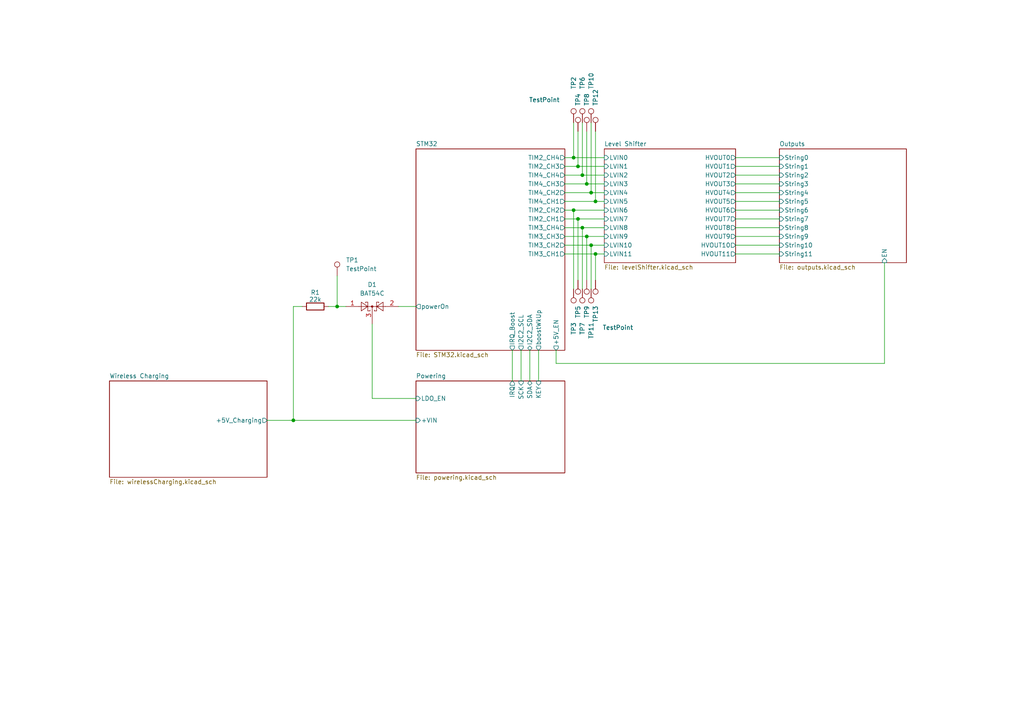
<source format=kicad_sch>
(kicad_sch (version 20231120) (generator "eeschema") (generator_version "8.0")
  (paper "A4")
  (lib_symbols
    (symbol "Connector:TestPoint" (pin_numbers hide) (pin_names (offset 0.762) hide)
      (property "Reference" "TP" (at 0 6.858 0))
      (property "Value" "TestPoint" (at 0 5.08 0))
      (symbol "TestPoint_0_1"
        (circle (center 0 3.302) (radius 0.762))
      )
      (symbol "TestPoint_1_1"
        (pin passive line (at 0 0 90) (length 2.54) (name "1") (number "1"))
      )
    )
    (symbol "Device:R" (pin_numbers hide) (pin_names (offset 0))
      (property "Reference" "R" (at 2.032 0 90))
      (property "Value" "R" (at 0 0 90))
      (symbol "R_0_1"
        (rectangle (start -1.016 -2.54) (end 1.016 2.54) (stroke (width 0.254)))
      )
      (symbol "R_1_1"
        (pin passive line (at 0 3.81 270) (length 1.27) (name "~") (number "1"))
        (pin passive line (at 0 -3.81 90) (length 1.27) (name "~") (number "2"))
      )
    )
    (symbol "Diode:BAT54C" (pin_names (offset 1.016))
      (property "Reference" "D" (at 0.635 -3.81 0))
      (property "Value" "BAT54C" (at -6.35 3.175 0))
      (symbol "BAT54C_0_1"
        (polyline (pts (xy -1.905 0) (xy 1.905 0)))
        (polyline (pts (xy -1.905 1.27) (xy -1.905 1.016)))
        (polyline (pts (xy -1.27 -1.27) (xy -0.635 -1.27)))
        (polyline (pts (xy -1.27 0) (xy -3.81 0)))
        (polyline (pts (xy -1.27 1.27) (xy -1.905 1.27)))
        (polyline (pts (xy -1.27 1.27) (xy -1.27 -1.27)))
        (polyline (pts (xy -0.635 -1.27) (xy -0.635 -1.016)))
        (polyline (pts (xy 0.635 -1.27) (xy 0.635 -1.016)))
        (polyline (pts (xy 1.27 -1.27) (xy 0.635 -1.27)))
        (polyline (pts (xy 1.27 1.27) (xy 1.27 -1.27)))
        (polyline (pts (xy 1.27 1.27) (xy 1.905 1.27)))
        (polyline (pts (xy 1.905 1.27) (xy 1.905 1.016)))
        (polyline (pts (xy 3.81 0) (xy 1.27 0)))
        (polyline (pts (xy -3.175 -1.27) (xy -3.175 1.27) (xy -1.27 0) (xy -3.175 -1.27)))
        (polyline (pts (xy 3.175 -1.27) (xy 3.175 1.27) (xy 1.27 0) (xy 3.175 -1.27)))
        (circle (center 0 0) (radius 0.254) (fill (type outline)))
      )
      (symbol "BAT54C_1_1"
        (pin passive line (at -7.62 0 0) (length 3.81) (name "~") (number "1"))
        (pin passive line (at 7.62 0 180) (length 3.81) (name "~") (number "2"))
        (pin passive line (at 0 -5.08 90) (length 5.08) (name "~") (number "3"))
      )
    )
  )
  (junction (at 167.64 63.5))
  (junction (at 171.45 55.88))
  (junction (at 166.37 60.96))
  (junction (at 170.18 53.34))
  (junction (at 85.09 121.92))
  (junction (at 166.37 45.72))
  (junction (at 172.72 58.42))
  (junction (at 168.91 66.04))
  (junction (at 168.91 50.8))
  (junction (at 97.79 88.9))
  (junction (at 167.64 48.26))
  (junction (at 170.18 68.58))
  (junction (at 171.45 71.12))
  (junction (at 172.72 73.66))
  (wire (pts (xy 167.64 48.26) (xy 175.26 48.26)))
  (wire (pts (xy 172.72 58.42) (xy 175.26 58.42)))
  (wire (pts (xy 163.83 50.8) (xy 168.91 50.8)))
  (wire (pts (xy 213.36 50.8) (xy 226.06 50.8)))
  (wire (pts (xy 163.83 66.04) (xy 168.91 66.04)))
  (wire (pts (xy 213.36 73.66) (xy 226.06 73.66)))
  (wire (pts (xy 171.45 55.88) (xy 175.26 55.88)))
  (wire (pts (xy 161.29 105.41) (xy 256.54 105.41)))
  (wire (pts (xy 77.47 121.92) (xy 85.09 121.92)))
  (wire (pts (xy 171.45 35.56) (xy 171.45 55.88)))
  (wire (pts (xy 107.95 93.98) (xy 107.95 115.57)))
  (wire (pts (xy 213.36 60.96) (xy 226.06 60.96)))
  (wire (pts (xy 213.36 66.04) (xy 226.06 66.04)))
  (wire (pts (xy 168.91 66.04) (xy 175.26 66.04)))
  (wire (pts (xy 163.83 73.66) (xy 172.72 73.66)))
  (wire (pts (xy 172.72 73.66) (xy 172.72 81.28)))
  (wire (pts (xy 163.83 68.58) (xy 170.18 68.58)))
  (wire (pts (xy 170.18 53.34) (xy 175.26 53.34)))
  (wire (pts (xy 163.83 60.96) (xy 166.37 60.96)))
  (wire (pts (xy 153.67 101.6) (xy 153.67 110.49)))
  (wire (pts (xy 172.72 73.66) (xy 175.26 73.66)))
  (wire (pts (xy 166.37 45.72) (xy 175.26 45.72)))
  (wire (pts (xy 171.45 71.12) (xy 171.45 83.82)))
  (wire (pts (xy 97.79 80.01) (xy 97.79 88.9)))
  (wire (pts (xy 168.91 50.8) (xy 175.26 50.8)))
  (wire (pts (xy 97.79 88.9) (xy 100.33 88.9)))
  (wire (pts (xy 163.83 55.88) (xy 171.45 55.88)))
  (wire (pts (xy 213.36 68.58) (xy 226.06 68.58)))
  (wire (pts (xy 115.57 88.9) (xy 120.65 88.9)))
  (wire (pts (xy 166.37 60.96) (xy 175.26 60.96)))
  (wire (pts (xy 163.83 45.72) (xy 166.37 45.72)))
  (wire (pts (xy 161.29 101.6) (xy 161.29 105.41)))
  (wire (pts (xy 166.37 60.96) (xy 166.37 83.82)))
  (wire (pts (xy 148.59 101.6) (xy 148.59 110.49)))
  (wire (pts (xy 163.83 53.34) (xy 170.18 53.34)))
  (wire (pts (xy 172.72 38.1) (xy 172.72 58.42)))
  (wire (pts (xy 171.45 71.12) (xy 175.26 71.12)))
  (wire (pts (xy 163.83 63.5) (xy 167.64 63.5)))
  (wire (pts (xy 213.36 45.72) (xy 226.06 45.72)))
  (wire (pts (xy 163.83 58.42) (xy 172.72 58.42)))
  (wire (pts (xy 167.64 63.5) (xy 167.64 81.28)))
  (wire (pts (xy 213.36 48.26) (xy 226.06 48.26)))
  (wire (pts (xy 213.36 63.5) (xy 226.06 63.5)))
  (wire (pts (xy 168.91 66.04) (xy 168.91 83.82)))
  (wire (pts (xy 95.25 88.9) (xy 97.79 88.9)))
  (wire (pts (xy 156.21 101.6) (xy 156.21 110.49)))
  (wire (pts (xy 85.09 121.92) (xy 120.65 121.92)))
  (wire (pts (xy 213.36 55.88) (xy 226.06 55.88)))
  (wire (pts (xy 213.36 53.34) (xy 226.06 53.34)))
  (wire (pts (xy 170.18 38.1) (xy 170.18 53.34)))
  (wire (pts (xy 170.18 68.58) (xy 175.26 68.58)))
  (wire (pts (xy 167.64 63.5) (xy 175.26 63.5)))
  (wire (pts (xy 166.37 35.56) (xy 166.37 45.72)))
  (wire (pts (xy 213.36 71.12) (xy 226.06 71.12)))
  (wire (pts (xy 256.54 105.41) (xy 256.54 76.2)))
  (wire (pts (xy 168.91 35.56) (xy 168.91 50.8)))
  (wire (pts (xy 167.64 38.1) (xy 167.64 48.26)))
  (wire (pts (xy 85.09 88.9) (xy 85.09 121.92)))
  (wire (pts (xy 213.36 58.42) (xy 226.06 58.42)))
  (wire (pts (xy 163.83 71.12) (xy 171.45 71.12)))
  (wire (pts (xy 170.18 68.58) (xy 170.18 81.28)))
  (wire (pts (xy 107.95 115.57) (xy 120.65 115.57)))
  (wire (pts (xy 151.13 101.6) (xy 151.13 110.49)))
  (wire (pts (xy 163.83 48.26) (xy 167.64 48.26)))
  (wire (pts (xy 87.63 88.9) (xy 85.09 88.9)))
  (symbol (lib_id "Connector:TestPoint") (at 166.37 35.56 0) (unit 1)
    (property "Reference" "TP2" (at 166.37 25.908 90) (effects (justify left)))
    (property "Value" "TestPoint" (at 153.416 28.956 0) (effects (justify left)))
    (property "Footprint" "TestPoint:TestPoint_Pad_D1.5mm" (effects (hide yes)))
    (property "Description" "test point" (effects (hide yes)))
  )
  (symbol (lib_id "Connector:TestPoint") (at 172.72 81.28 0) (mirror x) (unit 1)
    (property "Reference" "TP13" (at 172.72 88.646 90) (effects (justify left)))
    (property "Value" "TestPoint" (effects (hide yes)))
    (property "Footprint" "TestPoint:TestPoint_Pad_D1.5mm" (effects (hide yes)))
    (property "Description" "test point" (effects (hide yes)))
  )
  (symbol (lib_id "Connector:TestPoint") (at 167.64 81.28 0) (mirror x) (unit 1)
    (property "Reference" "TP5" (at 167.64 88.646 90) (effects (justify left)))
    (property "Value" "TestPoint" (effects (hide yes)))
    (property "Footprint" "TestPoint:TestPoint_Pad_D1.5mm" (effects (hide yes)))
    (property "Description" "test point" (effects (hide yes)))
  )
  (symbol (lib_id "Device:R") (at 91.44 88.9 90) (unit 1)
    (property "Reference" "R1" (at 91.44 84.836 90))
    (property "Value" "22k" (at 91.44 86.868 90))
    (property "Footprint" "Resistor_SMD:R_0603_1608Metric" (effects (hide yes)))
    (property "Description" "Resistor" (effects (hide yes)))
    (property "Part Number" "RC0603FR-0722KL" (effects (hide yes)))
  )
  (symbol (lib_id "Connector:TestPoint") (at 167.64 38.1 0) (unit 1)
    (property "Reference" "TP4" (at 167.64 30.734 90) (effects (justify left)))
    (property "Value" "TestPoint" (effects (hide yes)))
    (property "Footprint" "TestPoint:TestPoint_Pad_D1.5mm" (effects (hide yes)))
    (property "Description" "test point" (effects (hide yes)))
  )
  (symbol (lib_id "Connector:TestPoint") (at 168.91 35.56 0) (unit 1)
    (property "Reference" "TP6" (at 168.91 25.908 90) (effects (justify left)))
    (property "Value" "TestPoint" (effects (hide yes)))
    (property "Footprint" "TestPoint:TestPoint_Pad_D1.5mm" (effects (hide yes)))
    (property "Description" "test point" (effects (hide yes)))
  )
  (symbol (lib_id "Connector:TestPoint") (at 170.18 81.28 0) (mirror x) (unit 1)
    (property "Reference" "TP9" (at 170.18 88.646 90) (effects (justify left)))
    (property "Value" "TestPoint" (effects (hide yes)))
    (property "Footprint" "TestPoint:TestPoint_Pad_D1.5mm" (effects (hide yes)))
    (property "Description" "test point" (effects (hide yes)))
  )
  (symbol (lib_id "Connector:TestPoint") (at 172.72 38.1 0) (unit 1)
    (property "Reference" "TP12" (at 172.72 30.734 90) (effects (justify left)))
    (property "Value" "TestPoint" (effects (hide yes)))
    (property "Footprint" "TestPoint:TestPoint_Pad_D1.5mm" (effects (hide yes)))
    (property "Description" "test point" (effects (hide yes)))
  )
  (symbol (lib_id "Connector:TestPoint") (at 166.37 83.82 0) (mirror x) (unit 1)
    (property "Reference" "TP3" (at 166.37 93.472 90) (effects (justify left)))
    (property "Value" "TestPoint" (at 174.752 94.996 0) (effects (justify left)))
    (property "Footprint" "TestPoint:TestPoint_Pad_D1.5mm" (effects (hide yes)))
    (property "Description" "test point" (effects (hide yes)))
  )
  (symbol (lib_id "Connector:TestPoint") (at 170.18 38.1 0) (unit 1)
    (property "Reference" "TP8" (at 170.18 30.734 90) (effects (justify left)))
    (property "Value" "TestPoint" (effects (hide yes)))
    (property "Footprint" "TestPoint:TestPoint_Pad_D1.5mm" (effects (hide yes)))
    (property "Description" "test point" (effects (hide yes)))
  )
  (symbol (lib_id "Connector:TestPoint") (at 171.45 83.82 0) (mirror x) (unit 1)
    (property "Reference" "TP11" (at 171.45 93.472 90) (effects (justify left)))
    (property "Value" "TestPoint" (effects (hide yes)))
    (property "Footprint" "TestPoint:TestPoint_Pad_D1.5mm" (effects (hide yes)))
    (property "Description" "test point" (effects (hide yes)))
  )
  (symbol (lib_id "Diode:BAT54C") (at 107.95 88.9 0) (unit 1)
    (property "Reference" "D1" (at 107.95 82.55 0))
    (property "Value" "BAT54C" (at 107.95 85.09 0))
    (property "Footprint" "Package_TO_SOT_SMD:SOT-23" (effects (hide yes)))
    (property "Datasheet" "http://www.diodes.com/_files/datasheets/ds11005.pdf" (effects (hide yes)))
    (property "Description" "dual schottky barrier diode, common cathode" (effects (hide yes)))
    (property "Part Number" "BAT54CLT1G" (effects (hide yes)))
  )
  (symbol (lib_id "Connector:TestPoint") (at 171.45 35.56 0) (unit 1)
    (property "Reference" "TP10" (at 171.45 25.908 90) (effects (justify left)))
    (property "Value" "TestPoint" (effects (hide yes)))
    (property "Footprint" "TestPoint:TestPoint_Pad_D1.5mm" (effects (hide yes)))
    (property "Description" "test point" (effects (hide yes)))
  )
  (symbol (lib_id "Connector:TestPoint") (at 97.79 80.01 0) (unit 1)
    (property "Reference" "TP1" (at 100.33 75.4379 0) (effects (justify left)))
    (property "Value" "TestPoint" (at 100.33 77.9779 0) (effects (justify left)))
    (property "Footprint" "TestPoint:TestPoint_Pad_D1.5mm" (effects (hide yes)))
    (property "Description" "test point" (effects (hide yes)))
  )
  (symbol (lib_id "Connector:TestPoint") (at 168.91 83.82 0) (mirror x) (unit 1)
    (property "Reference" "TP7" (at 168.91 93.472 90) (effects (justify left)))
    (property "Value" "TestPoint" (effects (hide yes)))
    (property "Footprint" "TestPoint:TestPoint_Pad_D1.5mm" (effects (hide yes)))
    (property "Description" "test point" (effects (hide yes)))
  )
  (sheet (at 120.65 110.49) (size 43.18 26.67) (stroke (width 0.1524))
    (property "Sheetname" "Powering" (at 120.65 109.7784 0) (effects (justify left bottom)))
    (property "Sheetfile" "powering.kicad_sch" (at 120.65 137.7446 0) (effects (justify left top)))
    (pin "IRQ" output (at 148.59 110.49 90))
    (pin "SDA" bidirectional (at 153.67 110.49 90))
    (pin "SCK" input (at 151.13 110.49 90))
    (pin "KEY" input (at 156.21 110.49 90))
    (pin "LDO_EN" input (at 120.65 115.57 180))
    (pin "+VIN" input (at 120.65 121.92 180))
  )
  (sheet (at 120.65 43.18) (size 43.18 58.42) (stroke (width 0.1524))
    (property "Sheetname" "STM32" (at 120.65 42.4684 0) (effects (justify left bottom)))
    (property "Sheetfile" "STM32.kicad_sch" (at 120.65 102.1846 0) (effects (justify left top)))
    (pin "TIM4_CH3" output (at 163.83 53.34 0))
    (pin "TIM4_CH4" output (at 163.83 50.8 0))
    (pin "I2C2_SCL" output (at 151.13 101.6 270))
    (pin "I2C2_SDA" bidirectional (at 153.67 101.6 270))
    (pin "boostWkUp" output (at 156.21 101.6 270))
    (pin "powerOn" output (at 120.65 88.9 180))
    (pin "TIM4_CH1" output (at 163.83 58.42 0))
    (pin "TIM3_CH4" output (at 163.83 66.04 0))
    (pin "TIM3_CH3" output (at 163.83 68.58 0))
    (pin "TIM2_CH2" output (at 163.83 60.96 0))
    (pin "TIM4_CH2" output (at 163.83 55.88 0))
    (pin "IRQ_Boost" output (at 148.59 101.6 270))
    (pin "TIM2_CH4" output (at 163.83 45.72 0))
    (pin "TIM2_CH3" output (at 163.83 48.26 0))
    (pin "TIM3_CH1" output (at 163.83 73.66 0))
    (pin "TIM3_CH2" output (at 163.83 71.12 0))
    (pin "TIM2_CH1" output (at 163.83 63.5 0))
    (pin "+5V_EN" output (at 161.29 101.6 270))
  )
  (sheet (at 226.06 43.18) (size 36.83 33.02) (stroke (width 0.1524))
    (property "Sheetname" "Outputs" (at 226.06 42.4684 0) (effects (justify left bottom)))
    (property "Sheetfile" "outputs.kicad_sch" (at 226.06 76.7846 0) (effects (justify left top)))
    (pin "String11" input (at 226.06 73.66 180))
    (pin "String5" input (at 226.06 58.42 180))
    (pin "String4" input (at 226.06 55.88 180))
    (pin "String10" input (at 226.06 71.12 180))
    (pin "String7" input (at 226.06 63.5 180))
    (pin "String1" input (at 226.06 48.26 180))
    (pin "String0" input (at 226.06 45.72 180))
    (pin "String6" input (at 226.06 60.96 180))
    (pin "String3" input (at 226.06 53.34 180))
    (pin "String9" input (at 226.06 68.58 180))
    (pin "String2" input (at 226.06 50.8 180))
    (pin "String8" input (at 226.06 66.04 180))
    (pin "EN" input (at 256.54 76.2 270))
  )
  (sheet (at 175.26 43.18) (size 38.1 33.02) (stroke (width 0.1524))
    (property "Sheetname" "Level Shifter" (at 175.26 42.4684 0) (effects (justify left bottom)))
    (property "Sheetfile" "levelShifter.kicad_sch" (at 175.26 76.7846 0) (effects (justify left top)))
    (pin "LVIN2" input (at 175.26 50.8 180))
    (pin "LVIN3" input (at 175.26 53.34 180))
    (pin "HVOUT2" output (at 213.36 50.8 0))
    (pin "HVOUT3" output (at 213.36 53.34 0))
    (pin "LVIN6" input (at 175.26 60.96 180))
    (pin "LVIN7" input (at 175.26 63.5 180))
    (pin "LVIN1" input (at 175.26 48.26 180))
    (pin "LVIN0" input (at 175.26 45.72 180))
    (pin "HVOUT1" output (at 213.36 48.26 0))
    (pin "HVOUT0" output (at 213.36 45.72 0))
    (pin "HVOUT6" output (at 213.36 60.96 0))
    (pin "HVOUT7" output (at 213.36 63.5 0))
    (pin "LVIN4" input (at 175.26 55.88 180))
    (pin "LVIN5" input (at 175.26 58.42 180))
    (pin "HVOUT4" output (at 213.36 55.88 0))
    (pin "HVOUT5" output (at 213.36 58.42 0))
    (pin "HVOUT10" output (at 213.36 71.12 0))
    (pin "HVOUT11" output (at 213.36 73.66 0))
    (pin "HVOUT8" output (at 213.36 66.04 0))
    (pin "HVOUT9" output (at 213.36 68.58 0))
    (pin "LVIN10" input (at 175.26 71.12 180))
    (pin "LVIN11" input (at 175.26 73.66 180))
    (pin "LVIN8" input (at 175.26 66.04 180))
    (pin "LVIN9" input (at 175.26 68.58 180))
  )
  (sheet (at 31.75 110.49) (size 45.72 27.94) (stroke (width 0.1524))
    (property "Sheetname" "Wireless Charging" (at 31.75 109.7784 0) (effects (justify left bottom)))
    (property "Sheetfile" "wirelessCharging.kicad_sch" (at 31.75 139.0146 0) (effects (justify left top)))
    (pin "+5V_Charging" output (at 77.47 121.92 0))
  )
)
</source>
